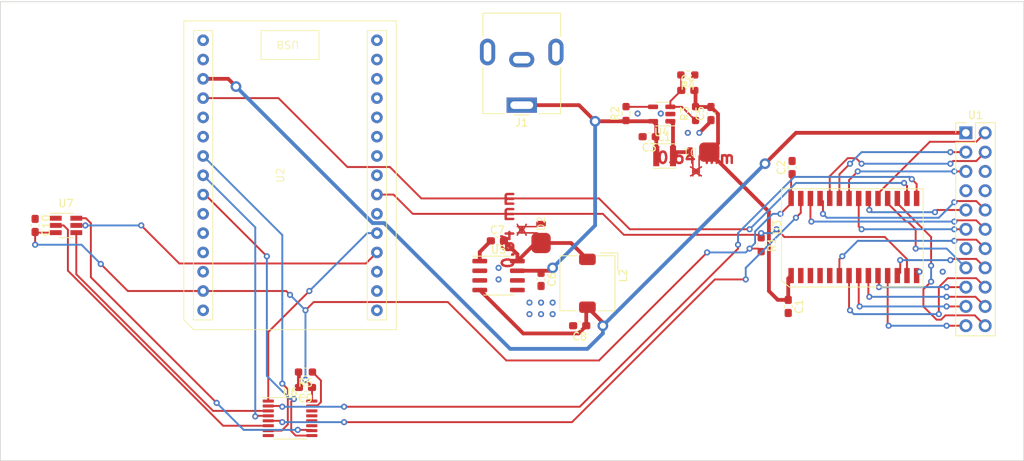
<source format=kicad_pcb>
(kicad_pcb (version 20221018) (generator pcbnew)
  (layers (0 "F.Cu" signal) (31 "B.Cu" signal) (34 "B.Paste" user) (35 "F.Paste" user) (36 "B.SilkS" user "B.Silkscreen") (37 "F.SilkS" user "F.Silkscreen") (38 "B.Mask" user) (39 "F.Mask" user) (44 "Edge.Cuts" user))
  (net 0 "")
  (net 1 "+24V")
  (net 2 "GND")
  (net 3 "+3V3")
  (net 4 "VDC")
  (net 5 "Net-(U4-FB)")
  (net 6 "Net-(U5-CB)")
  (net 7 "Net-(D2-K)")
  (net 8 "+5V")
  (net 9 "Net-(D1-A)")
  (net 10 "/BLANK")
  (net 11 "Net-(U4-EN)")
  (net 12 "Net-(U6-EN)")
  (net 13 "/DOT")
  (net 14 "/D")
  (net 15 "/C")
  (net 16 "/E")
  (net 20 "/G")
  (net 21 "/B")
  (net 22 "/F")
  (net 23 "/A")
  (net 24 "/GRID8")
  (net 25 "/GRID0")
  (net 26 "/GRID2")
  (net 27 "/GRID4")
  (net 28 "/GRID7")
  (net 29 "/GRID6")
  (net 30 "/GRID5")
  (net 31 "/GRID3")
  (net 32 "/GRID1")
  (net 35 "/SPI_MISO")
  (net 36 "/SPI_SCLK")
  (net 37 "/SPI_MOSI")
  (net 39 "/LATCH")
  (net 42 "/TMP_CS")
  (net 43 "Net-(U2-GPIO3,ADC1_CH3)")
  (net 52 "/SPI_A_SCLK")
  (net 53 "/SPI_A_MOSI")
  (net 57 "/SPI_B_SCLK")
  (net 58 "/SPI_B_MOSI")
  (net 59 "/SPI_B_MISO")
  (footprint "Resistor_SMD:R_0603_1608Metric_Pad0.98x0.95mm_HandSolder" (layer "F.Cu") (at 106.68 49.784 90)
    (fp_text reference "R3")
    (fp_text value "246k")
  )
  (footprint "Capacitor_SMD:C_0603_1608Metric_Pad1.08x0.95mm_HandSolder" (layer "F.Cu") (at 19.812 64.516 -90)
    (fp_text reference "C10")
    (fp_text value "0.1uF")
  )
  (footprint "Package_SO:SOIC-8_3.9x4.9mm_P1.27mm" (layer "F.Cu") (at 80.772 71.12)
    (fp_text reference "U5")
    (fp_text value "LM2672M-5.0")
  )
  (footprint "Capacitor_SMD:C_0603_1608Metric_Pad1.08x0.95mm_HandSolder" (layer "F.Cu") (at 80.6185 66.548)
    (fp_text reference "C7")
    (fp_text value "10nF")
  )
  (footprint "Capacitor_SMD:C_0603_1608Metric_Pad1.08x0.95mm_HandSolder" (layer "F.Cu") (at 105.664 46.736)
    (fp_text reference "C4")
    (fp_text value "220pF")
  )
  (footprint "Capacitor_SMD:C_0603_1608Metric_Pad1.08x0.95mm_HandSolder" (layer "F.Cu") (at 86.36 71.628 -90)
    (fp_text reference "C6")
    (fp_text value "100uF")
  )
  (footprint "Capacitor_SMD:C_0603_1608Metric_Pad1.08x0.95mm_HandSolder" (layer "F.Cu") (at 118.872 75.184 -90)
    (fp_text reference "C1")
    (fp_text value "100nF")
  )
  (footprint "Capacitor_SMD:C_0603_1608Metric_Pad1.08x0.95mm_HandSolder" (layer "F.Cu") (at 91.44 77.724 180)
    (fp_text reference "C8")
    (fp_text value "68uF")
  )
  (footprint "esp-clock:esp32c3_devkit_minim1" (layer "F.Cu") (at 53.34 57.912 90)
    (fp_text reference "U2")
    (fp_text value "ESP32C3-DevKitM-1")
  )
  (footprint "Package_TO_SOT_SMD:SOT-23-6_Handsoldering" (layer "F.Cu") (at 23.876 64.516)
    (fp_text reference "U7")
    (fp_text value "TMP125")
  )
  (footprint "Inductor_SMD:L_Taiyo-Yuden_MD-3030" (layer "F.Cu") (at 102.616 55.372)
    (fp_text reference "L1")
    (fp_text value "10uH")
  )
  (footprint "Package_TO_SOT_SMD:SOT-23-5" (layer "F.Cu") (at 102.2295 49.85 180)
    (fp_text reference "U4")
    (fp_text value "LM27313XMF")
  )
  (footprint "Capacitor_SMD:C_0603_1608Metric_Pad1.08x0.95mm_HandSolder" (layer "F.Cu") (at 55.372 85.852 180)
    (fp_text reference "C9")
    (fp_text value "100uF")
  )
  (footprint "Resistor_SMD:R_0603_1608Metric_Pad0.98x0.95mm_HandSolder" (layer "F.Cu") (at 115.316 67.056 -90)
    (fp_text reference "R1")
    (fp_text value "R")
  )
  (footprint "Capacitor_SMD:C_0603_1608Metric_Pad1.08x0.95mm_HandSolder" (layer "F.Cu") (at 119.38 56.896 90)
    (fp_text reference "C2")
    (fp_text value "100nF")
  )
  (footprint "Capacitor_SMD:C_0603_1608Metric_Pad1.08x0.95mm_HandSolder" (layer "F.Cu") (at 100.584 52.832 180)
    (fp_text reference "C3")
    (fp_text value "2.2uF")
  )
  (footprint "Connector_PinHeader_2.54mm:PinHeader_2x11_P2.54mm_Vertical" (layer "F.Cu") (at 142.24 52.324)
    (fp_text reference "U1")
    (fp_text value "IV-18")
  )
  (footprint "esp-clock:D_DO216AA" (layer "F.Cu") (at 86.36 64.2925 90)
    (fp_text reference "D2")
    (fp_text value "UPS5819")
  )
  (footprint "Resistor_SMD:R_0603_1608Metric_Pad0.98x0.95mm_HandSolder" (layer "F.Cu") (at 97.536 49.784 90)
    (fp_text reference "R2")
    (fp_text value "51k")
  )
  (footprint "esp-clock:WSO-28" (layer "F.Cu") (at 127.508 66.04)
    (fp_text reference "U3")
    (fp_text value "MAX6921AWI")
  )
  (footprint "Inductor_SMD:L_TDK_SLF7045" (layer "F.Cu") (at 92.456 72.136 -90)
    (fp_text reference "L2")
    (fp_text value "47uH")
  )
  (footprint "Resistor_SMD:R_0603_1608Metric_Pad0.98x0.95mm_HandSolder" (layer "F.Cu") (at 105.664 44.704 180)
    (fp_text reference "R4")
    (fp_text value "13k3")
  )
  (footprint "Capacitor_SMD:C_0603_1608Metric_Pad1.08x0.95mm_HandSolder" (layer "F.Cu") (at 108.712 49.784 90)
    (fp_text reference "C5")
    (fp_text value "4.7uF")
  )
  (footprint "esp-clock:D_DO216AA" (layer "F.Cu") (at 105.9485 54.864 180)
    (fp_text reference "D1")
    (fp_text value "UPS5819")
  )
  (footprint "Connector_BarrelJack:BarrelJack_CUI_PJ-063AH_Horizontal" (layer "F.Cu") (at 83.82 48.68 180)
    (fp_text reference "J1")
    (fp_text value "Barrel_Jack_MountingPin")
  )
  (footprint "Package_SO:TSSOP-16_4.4x5mm_P0.65mm" (layer "F.Cu") (at 53.34 89.916)
    (fp_text reference "U6")
    (fp_text value "TMUX1574")
  )
  (footprint "Resistor_SMD:R_0603_1608Metric_Pad0.98x0.95mm_HandSolder" (layer "F.Cu") (at 55.372 83.82 180)
    (fp_text reference "R5")
    (fp_text value "R")
  )
  (gr_rect (start 15.24 35.052) (end 149.86 95.504) (stroke (width 0.1)) (fill none) (layer "Edge.Cuts"))
  (segment (start 108.712 48.9215) (end 106.73 48.9215) (width 0.5) (layer "F.Cu") (net 1))
  (segment (start 108.712 48.9215) (end 109.637 49.8465) (width 0.5) (layer "F.Cu") (net 1))
  (segment (start 116.332 73.152) (end 117.5015 74.3215) (width 0.5) (layer "F.Cu") (net 1))
  (segment (start 118.872 74.3215) (end 118.872 71.501) (width 0.5) (layer "F.Cu") (net 1))
  (segment (start 109.637 49.8465) (end 109.637 53.7155) (width 0.5) (layer "F.Cu") (net 1))
  (segment (start 117.5015 74.3215) (end 118.872 74.3215) (width 0.5) (layer "F.Cu") (net 1))
  (segment (start 109.637 53.7155) (end 108.4885 54.864) (width 0.5) (layer "F.Cu") (net 1))
  (segment (start 106.68 48.8715) (end 106.68 46.8895) (width 0.5) (layer "F.Cu") (net 1))
  (segment (start 118.872 71.501) (end 119.253 71.12) (width 0.5) (layer "F.Cu") (net 1))
  (segment (start 116.332 62.7075) (end 116.332 73.152) (width 0.5) (layer "F.Cu") (net 1))
  (segment (start 106.68 46.8895) (end 106.5265 46.736) (width 0.5) (layer "F.Cu") (net 1))
  (segment (start 106.73 48.9215) (end 106.68 48.8715) (width 0.5) (layer "F.Cu") (net 1))
  (segment (start 108.4885 54.864) (end 116.332 62.7075) (width 0.5) (layer "F.Cu") (net 1))
  (segment (start 54.5095 85.852) (end 54.5095 83.87) (width 0.5) (layer "F.Cu") (net 2))
  (segment (start 108.712 50.6465) (end 108.712 50.8) (width 0.5) (layer "F.Cu") (net 2))
  (segment (start 54.5095 83.87) (end 54.4595 83.82) (width 0.5) (layer "F.Cu") (net 2))
  (segment (start 108.712 50.8) (end 107.188 52.324) (width 0.5) (layer "F.Cu") (net 2))
  (via (at 136.144 70.612) (size 0.8) (drill 0.4) (layers "F.Cu" "B.Cu") (net 2))
  (via (at 105.664 52.324) (size 0.8) (drill 0.4) (layers "F.Cu" "B.Cu") (net 2))
  (via (at 84.836 76.2) (size 0.8) (drill 0.4) (layers "F.Cu" "B.Cu") (net 2))
  (via (at 139.192 70.612) (size 0.8) (drill 0.4) (layers "F.Cu" "B.Cu") (net 2))
  (via (at 87.884 74.676) (size 0.8) (drill 0.4) (layers "F.Cu" "B.Cu") (net 2))
  (via (at 99.06 49.784) (size 0.8) (drill 0.4) (layers "F.Cu" "B.Cu") (net 2))
  (via (at 86.36 74.676) (size 0.8) (drill 0.4) (layers "F.Cu" "B.Cu") (net 2))
  (via (at 102.108 49.784) (size 0.8) (drill 0.4) (layers "F.Cu" "B.Cu") (net 2))
  (via (at 86.36 76.2) (size 0.8) (drill 0.4) (layers "F.Cu" "B.Cu") (net 2))
  (via (at 80.772 71.628) (size 0.8) (drill 0.4) (layers "F.Cu" "B.Cu") (net 2))
  (via (at 84.836 74.676) (size 0.8) (drill 0.4) (layers "F.Cu" "B.Cu") (net 2))
  (via (at 107.188 52.324) (size 0.8) (drill 0.4) (layers "F.Cu" "B.Cu") (net 2))
  (via (at 80.772 70.104) (size 0.8) (drill 0.4) (layers "F.Cu" "B.Cu") (net 2))
  (via (at 87.884 76.2) (size 0.8) (drill 0.4) (layers "F.Cu" "B.Cu") (net 2))
  (segment (start 32.004 73.152) (end 28.448 69.596) (width 0.25) (layer "F.Cu") (net 3))
  (segment (start 56.2345 87.609) (end 56.2025 87.641) (width 0.25) (layer "F.Cu") (net 3))
  (segment (start 55.372 75.692) (end 56.459 74.605) (width 0.25) (layer "F.Cu") (net 3))
  (segment (start 113.792 67.564) (end 114.9115 67.564) (width 0.25) (layer "F.Cu") (net 3))
  (segment (start 119.253 57.8855) (end 119.253 60.96) (width 0.25) (layer "F.Cu") (net 3))
  (segment (start 119.253 60.96) (end 119.253 61.595) (width 0.25) (layer "F.Cu") (net 3))
  (segment (start 53.34 73.66) (end 52.832 73.152) (width 0.25) (layer "F.Cu") (net 3))
  (segment (start 56.2345 85.852) (end 56.2345 85.6985) (width 0.25) (layer "F.Cu") (net 3))
  (segment (start 19.812 65.3785) (end 19.8995 65.466) (width 0.25) (layer "F.Cu") (net 3))
  (segment (start 119.253 61.595) (end 117.856 62.992) (width 0.25) (layer "F.Cu") (net 3))
  (segment (start 41.91 73.152) (end 32.004 73.152) (width 0.25) (layer "F.Cu") (net 3))
  (segment (start 56.2345 85.852) (end 56.2345 87.609) (width 0.25) (layer "F.Cu") (net 3))
  (segment (start 81.788 82.296) (end 93.98 82.296) (width 0.25) (layer "F.Cu") (net 3))
  (segment (start 114.9115 67.564) (end 115.316 67.9685) (width 0.25) (layer "F.Cu") (net 3))
  (segment (start 74.097 74.605) (end 81.788 82.296) (width 0.25) (layer "F.Cu") (net 3))
  (segment (start 56.2345 85.6985) (end 55.372 84.836) (width 0.25) (layer "F.Cu") (net 3))
  (segment (start 93.98 82.296) (end 108.204 68.072) (width 0.25) (layer "F.Cu") (net 3))
  (segment (start 119.38 57.7585) (end 119.253 57.8855) (width 0.25) (layer "F.Cu") (net 3))
  (segment (start 19.8995 65.466) (end 22.526 65.466) (width 0.25) (layer "F.Cu") (net 3))
  (segment (start 19.812 67.056) (end 19.812 65.3785) (width 0.25) (layer "F.Cu") (net 3))
  (segment (start 52.832 73.152) (end 41.91 73.152) (width 0.25) (layer "F.Cu") (net 3))
  (segment (start 56.459 74.605) (end 74.097 74.605) (width 0.25) (layer "F.Cu") (net 3))
  (via (at 19.812 67.056) (size 0.8) (drill 0.4) (layers "F.Cu" "B.Cu") (net 3))
  (via (at 55.372 84.836) (size 0.8) (drill 0.4) (layers "F.Cu" "B.Cu") (net 3))
  (via (at 55.372 75.692) (size 0.8) (drill 0.4) (layers "F.Cu" "B.Cu") (net 3))
  (via (at 53.34 73.66) (size 0.8) (drill 0.4) (layers "F.Cu" "B.Cu") (net 3))
  (via (at 113.792 67.564) (size 0.8) (drill 0.4) (layers "F.Cu" "B.Cu") (net 3))
  (via (at 117.856 62.992) (size 0.8) (drill 0.4) (layers "F.Cu" "B.Cu") (net 3))
  (via (at 28.448 69.596) (size 0.8) (drill 0.4) (layers "F.Cu" "B.Cu") (net 3))
  (via (at 108.204 68.072) (size 0.8) (drill 0.4) (layers "F.Cu" "B.Cu") (net 3))
  (segment (start 113.284 68.072) (end 113.792 67.564) (width 0.25) (layer "B.Cu") (net 3))
  (segment (start 114.517 66.839) (end 113.792 67.564) (width 0.25) (layer "B.Cu") (net 3))
  (segment (start 114.517 65.305695) (end 114.517 66.839) (width 0.25) (layer "B.Cu") (net 3))
  (segment (start 117.856 62.992) (end 116.830695 62.992) (width 0.25) (layer "B.Cu") (net 3))
  (segment (start 108.204 68.072) (end 113.284 68.072) (width 0.25) (layer "B.Cu") (net 3))
  (segment (start 116.830695 62.992) (end 114.517 65.305695) (width 0.25) (layer "B.Cu") (net 3))
  (segment (start 25.908 67.056) (end 19.812 67.056) (width 0.25) (layer "B.Cu") (net 3))
  (segment (start 28.448 69.596) (end 25.908 67.056) (width 0.25) (layer "B.Cu") (net 3))
  (segment (start 55.372 75.692) (end 53.34 73.66) (width 0.25) (layer "B.Cu") (net 3))
  (segment (start 55.372 84.836) (end 55.372 75.692) (width 0.25) (layer "B.Cu") (net 3))
  (segment (start 93.472 50.8) (end 101.092 50.8) (width 0.5) (layer "F.Cu") (net 4))
  (segment (start 83.247 70.485) (end 87.503 70.485) (width 0.5) (layer "F.Cu") (net 4))
  (segment (start 87.503 70.485) (end 87.884 70.104) (width 0.5) (layer "F.Cu") (net 4))
  (segment (start 83.247 70.485) (end 83.623751 70.485) (width 0.25) (layer "F.Cu") (net 4))
  (segment (start 91.352 48.68) (end 93.472 50.8) (width 0.5) (layer "F.Cu") (net 4))
  (segment (start 101.516 51.224) (end 101.516 51.816) (width 0.5) (layer "F.Cu") (net 4))
  (segment (start 97.4325 50.8) (end 97.536 50.6965) (width 0.25) (layer "F.Cu") (net 4))
  (segment (start 101.092 50.8) (end 101.516 51.224) (width 0.5) (layer "F.Cu") (net 4))
  (segment (start 101.516 54.864) (end 101.516 51.816) (width 0.25) (layer "F.Cu") (net 4))
  (segment (start 101.092 50.8) (end 97.6395 50.8) (width 0.25) (layer "F.Cu") (net 4))
  (segment (start 97.6395 50.8) (end 97.536 50.6965) (width 0.25) (layer "F.Cu") (net 4))
  (segment (start 83.82 48.68) (end 91.352 48.68) (width 0.5) (layer "F.Cu") (net 4))
  (segment (start 101.516 51.816) (end 101.516 55.372) (width 0.5) (layer "F.Cu") (net 4))
  (via (at 93.472 50.8) (size 1.4) (drill 0.8) (layers "F.Cu" "B.Cu") (net 4))
  (via (at 87.884 70.104) (size 1.4) (drill 0.8) (layers "F.Cu" "B.Cu") (net 4))
  (segment (start 87.884 70.104) (end 93.472 64.516) (width 0.5) (layer "B.Cu") (net 4))
  (segment (start 93.472 64.516) (end 93.472 50.8) (width 0.5) (layer "B.Cu") (net 4))
  (segment (start 104.8015 46.736) (end 104.8015 44.754) (width 0.25) (layer "F.Cu") (net 5))
  (segment (start 104.8015 44.754) (end 104.7515 44.704) (width 0.25) (layer "F.Cu") (net 5))
  (segment (start 103.367 48.9) (end 103.367 48.1705) (width 0.25) (layer "F.Cu") (net 5))
  (segment (start 104.8835 48.9) (end 106.68 50.6965) (width 0.25) (layer "F.Cu") (net 5))
  (segment (start 103.367 48.1705) (end 104.8015 46.736) (width 0.25) (layer "F.Cu") (net 5))
  (segment (start 103.367 48.9) (end 104.8835 48.9) (width 0.25) (layer "F.Cu") (net 5))
  (segment (start 79.756 66.548) (end 78.297 68.007) (width 0.5) (layer "F.Cu") (net 6))
  (segment (start 78.297 69.215) (end 78.297 68.007) (width 0.5) (layer "F.Cu") (net 6))
  (segment (start 90.3025 66.8325) (end 86.36 66.8325) (width 0.5) (layer "F.Cu") (net 7))
  (segment (start 83.247 68.314) (end 81.481 66.548) (width 0.5) (layer "F.Cu") (net 7))
  (segment (start 92.456 68.986) (end 90.3025 66.8325) (width 0.5) (layer "F.Cu") (net 7))
  (segment (start 86.36 66.8325) (end 85.6295 66.8325) (width 0.5) (layer "F.Cu") (net 7))
  (segment (start 83.247 69.215) (end 83.247 68.314) (width 0.5) (layer "F.Cu") (net 7))
  (segment (start 85.6295 66.8325) (end 83.247 69.215) (width 0.5) (layer "F.Cu") (net 7))
  (segment (start 84.012 78.74) (end 91.2865 78.74) (width 0.5) (layer "F.Cu") (net 8))
  (segment (start 94.488 77.724) (end 94.488 77.318) (width 0.5) (layer "F.Cu") (net 8))
  (segment (start 119.888 52.324) (end 115.824 56.388) (width 0.5) (layer "F.Cu") (net 8))
  (segment (start 41.91 45.212) (end 45.212 45.212) (width 0.5) (layer "F.Cu") (net 8))
  (segment (start 45.212 45.212) (end 46.228 46.228) (width 0.5) (layer "F.Cu") (net 8))
  (segment (start 92.456 77.5705) (end 92.3025 77.724) (width 0.25) (layer "F.Cu") (net 8))
  (segment (start 92.3025 77.724) (end 92.3025 77.8775) (width 0.25) (layer "F.Cu") (net 8))
  (segment (start 92.3025 75.4395) (end 92.456 75.286) (width 0.5) (layer "F.Cu") (net 8))
  (segment (start 94.488 77.318) (end 92.456 75.286) (width 0.5) (layer "F.Cu") (net 8))
  (segment (start 91.2865 78.74) (end 92.3025 77.724) (width 0.5) (layer "F.Cu") (net 8))
  (segment (start 78.297 73.025) (end 84.012 78.74) (width 0.5) (layer "F.Cu") (net 8))
  (segment (start 92.3025 77.724) (end 92.3025 75.4395) (width 0.5) (layer "F.Cu") (net 8))
  (segment (start 142.24 52.324) (end 119.888 52.324) (width 0.5) (layer "F.Cu") (net 8))
  (via (at 115.824 56.388) (size 1.4) (drill 0.8) (layers "F.Cu" "B.Cu") (net 8))
  (via (at 94.488 77.724) (size 1.4) (drill 0.8) (layers "F.Cu" "B.Cu") (net 8))
  (via (at 46.228 46.228) (size 1.4) (drill 0.8) (layers "F.Cu" "B.Cu") (net 8))
  (segment (start 65.728 64.204) (end 82.296 80.772) (width 0.5) (layer "B.Cu") (net 8))
  (segment (start 94.488 78.74) (end 94.488 77.724) (width 0.5) (layer "B.Cu") (net 8))
  (segment (start 64.204 64.204) (end 65.728 64.204) (width 0.5) (layer "B.Cu") (net 8))
  (segment (start 82.296 80.772) (end 92.456 80.772) (width 0.5) (layer "B.Cu") (net 8))
  (segment (start 92.456 80.772) (end 94.488 78.74) (width 0.5) (layer "B.Cu") (net 8))
  (segment (start 46.228 46.228) (end 64.204 64.204) (width 0.5) (layer "B.Cu") (net 8))
  (segment (start 115.824 56.388) (end 94.488 77.724) (width 0.5) (layer "B.Cu") (net 8))
  (segment (start 103.716 51.149) (end 103.367 50.8) (width 0.5) (layer "F.Cu") (net 9))
  (segment (start 103.716 55.372) (end 103.716 54.864) (width 0.5) (layer "F.Cu") (net 9))
  (segment (start 103.716 54.864) (end 105.9485 54.864) (width 0.5) (layer "F.Cu") (net 9))
  (segment (start 103.716 51.149) (end 103.716 54.864) (width 0.25) (layer "F.Cu") (net 9))
  (segment (start 103.716 55.372) (end 103.716 51.149) (width 0.5) (layer "F.Cu") (net 9))
  (segment (start 66.9525 60.452) (end 64.77 60.452) (width 0.25) (layer "F.Cu") (net 10))
  (segment (start 94.488 62.992) (end 69.4925 62.992) (width 0.25) (layer "F.Cu") (net 10))
  (segment (start 97.245 65.749) (end 94.488 62.992) (width 0.25) (layer "F.Cu") (net 10))
  (segment (start 115.099 65.749) (end 97.245 65.749) (width 0.25) (layer "F.Cu") (net 10))
  (segment (start 131.581305 66.04) (end 134.493 68.951695) (width 0.25) (layer "F.Cu") (net 10))
  (segment (start 134.493 68.951695) (end 134.493 71.12) (width 0.25) (layer "F.Cu") (net 10))
  (segment (start 118.364 66.04) (end 131.581305 66.04) (width 0.25) (layer "F.Cu") (net 10))
  (segment (start 117.343701 65.019701) (end 118.364 66.04) (width 0.25) (layer "F.Cu") (net 10))
  (segment (start 69.4925 62.992) (end 66.9525 60.452) (width 0.25) (layer "F.Cu") (net 10))
  (segment (start 115.316 66.1435) (end 115.316 65.532) (width 0.25) (layer "F.Cu") (net 10))
  (segment (start 115.316 65.532) (end 115.099 65.749) (width 0.25) (layer "F.Cu") (net 10))
  (via (at 117.343701 65.019701) (size 0.8) (drill 0.4) (layers "F.Cu" "B.Cu") (net 10))
  (via (at 115.316 65.532) (size 0.8) (drill 0.4) (layers "F.Cu" "B.Cu") (net 10))
  (segment (start 115.316 65.532) (end 116.831402 65.532) (width 0.25) (layer "B.Cu") (net 10))
  (segment (start 116.831402 65.532) (end 117.343701 65.019701) (width 0.25) (layer "B.Cu") (net 10))
  (segment (start 97.5645 48.9) (end 97.536 48.8715) (width 0.25) (layer "F.Cu") (net 11))
  (segment (start 101.092 48.9) (end 97.5645 48.9) (width 0.25) (layer "F.Cu") (net 11))
  (segment (start 56.2025 88.291) (end 56.891041 88.291) (width 0.25) (layer "F.Cu") (net 12))
  (segment (start 56.891041 88.291) (end 57.404 87.778041) (width 0.25) (layer "F.Cu") (net 12))
  (segment (start 57.404 87.778041) (end 57.404 84.9395) (width 0.25) (layer "F.Cu") (net 12))
  (segment (start 57.404 84.9395) (end 56.2845 83.82) (width 0.25) (layer "F.Cu") (net 12))
  (segment (start 144.78 52.324) (end 143.605 53.499) (width 0.25) (layer "F.Cu") (net 13))
  (segment (start 143.605 53.499) (end 137.504 53.499) (width 0.25) (layer "F.Cu") (net 13))
  (segment (start 137.504 53.499) (end 130.683 60.32) (width 0.25) (layer "F.Cu") (net 13))
  (segment (start 130.683 60.32) (end 130.683 60.96) (width 0.25) (layer "F.Cu") (net 13))
  (segment (start 125.603 57.785) (end 125.603 60.96) (width 0.25) (layer "F.Cu") (net 14))
  (segment (start 142.24 54.864) (end 140.208 54.864) (width 0.25) (layer "F.Cu") (net 14))
  (segment (start 127 56.388) (end 125.603 57.785) (width 0.25) (layer "F.Cu") (net 14))
  (via (at 140.208 54.864) (size 0.8) (drill 0.4) (layers "F.Cu" "B.Cu") (net 14))
  (via (at 127 56.388) (size 0.8) (drill 0.4) (layers "F.Cu" "B.Cu") (net 14))
  (segment (start 140.208 54.864) (end 128.524 54.864) (width 0.25) (layer "B.Cu") (net 14))
  (segment (start 128.524 54.864) (end 127 56.388) (width 0.25) (layer "B.Cu") (net 14))
  (segment (start 127.799 55.663) (end 126.699695 55.663) (width 0.25) (layer "F.Cu") (net 15))
  (segment (start 140.557 56.039) (end 140.208 56.388) (width 0.25) (layer "F.Cu") (net 15))
  (segment (start 144.78 54.864) (end 143.605 56.039) (width 0.25) (layer "F.Cu") (net 15))
  (segment (start 143.605 56.039) (end 140.557 56.039) (width 0.25) (layer "F.Cu") (net 15))
  (segment (start 126.699695 55.663) (end 124.333 58.029695) (width 0.25) (layer "F.Cu") (net 15))
  (segment (start 128.524 56.388) (end 127.799 55.663) (width 0.25) (layer "F.Cu") (net 15))
  (segment (start 124.333 58.029695) (end 124.333 60.96) (width 0.25) (layer "F.Cu") (net 15))
  (via (at 128.524 56.388) (size 0.8) (drill 0.4) (layers "F.Cu" "B.Cu") (net 15))
  (via (at 140.208 56.388) (size 0.8) (drill 0.4) (layers "F.Cu" "B.Cu") (net 15))
  (segment (start 140.208 56.388) (end 128.524 56.388) (width 0.25) (layer "B.Cu") (net 15))
  (segment (start 126.873 58.547) (end 126.873 60.96) (width 0.25) (layer "F.Cu") (net 16))
  (segment (start 142.24 57.404) (end 140.716 57.404) (width 0.25) (layer "F.Cu") (net 16))
  (segment (start 128.016 57.404) (end 126.873 58.547) (width 0.25) (layer "F.Cu") (net 16))
  (via (at 140.716 57.404) (size 0.8) (drill 0.4) (layers "F.Cu" "B.Cu") (net 16))
  (via (at 128.016 57.404) (size 0.8) (drill 0.4) (layers "F.Cu" "B.Cu") (net 16))
  (segment (start 140.716 57.404) (end 128.016 57.404) (width 0.25) (layer "B.Cu") (net 16))
  (segment (start 142.24 62.484) (end 138.4675 62.484) (width 0.25) (layer "F.Cu") (net 20))
  (segment (start 129.54 62.484) (end 129.54 61.087) (width 0.25) (layer "F.Cu") (net 20))
  (segment (start 138.4675 62.484) (end 138.176 62.7755) (width 0.25) (layer "F.Cu") (net 20))
  (segment (start 129.54 61.087) (end 129.413 60.96) (width 0.25) (layer "F.Cu") (net 20))
  (via (at 129.54 62.484) (size 0.8) (drill 0.4) (layers "F.Cu" "B.Cu") (net 20))
  (via (at 138.176 62.7755) (size 0.8) (drill 0.4) (layers "F.Cu" "B.Cu") (net 20))
  (segment (start 129.8315 62.7755) (end 129.54 62.484) (width 0.25) (layer "B.Cu") (net 20))
  (segment (start 138.176 62.7755) (end 129.8315 62.7755) (width 0.25) (layer "B.Cu") (net 20))
  (segment (start 140.875 61.309) (end 140.716 61.468) (width 0.25) (layer "F.Cu") (net 21))
  (segment (start 123.444 62.992) (end 123.444 61.341) (width 0.25) (layer "F.Cu") (net 21))
  (segment (start 143.605 61.309) (end 140.875 61.309) (width 0.25) (layer "F.Cu") (net 21))
  (segment (start 144.78 62.484) (end 143.605 61.309) (width 0.25) (layer "F.Cu") (net 21))
  (segment (start 123.444 61.341) (end 123.063 60.96) (width 0.25) (layer "F.Cu") (net 21))
  (via (at 140.716 61.468) (size 0.8) (drill 0.4) (layers "F.Cu" "B.Cu") (net 21))
  (via (at 123.444 62.992) (size 0.8) (drill 0.4) (layers "F.Cu" "B.Cu") (net 21))
  (segment (start 139.192 62.992) (end 138.684 63.5) (width 0.25) (layer "B.Cu") (net 21))
  (segment (start 140.716 61.468) (end 139.192 62.992) (width 0.25) (layer "B.Cu") (net 21))
  (segment (start 138.684 63.5) (end 123.952 63.5) (width 0.25) (layer "B.Cu") (net 21))
  (segment (start 123.952 63.5) (end 123.444 62.992) (width 0.25) (layer "B.Cu") (net 21))
  (segment (start 128.143 64.643) (end 128.143 60.96) (width 0.25) (layer "F.Cu") (net 22))
  (segment (start 128.524 65.024) (end 128.143 64.643) (width 0.25) (layer "F.Cu") (net 22))
  (segment (start 142.24 65.024) (end 140.716 65.024) (width 0.25) (layer "F.Cu") (net 22))
  (via (at 128.524 65.024) (size 0.8) (drill 0.4) (layers "F.Cu" "B.Cu") (net 22))
  (via (at 140.716 65.024) (size 0.8) (drill 0.4) (layers "F.Cu" "B.Cu") (net 22))
  (segment (start 140.716 65.024) (end 128.524 65.024) (width 0.25) (layer "B.Cu") (net 22))
  (segment (start 140.875 63.849) (end 140.716 64.008) (width 0.25) (layer "F.Cu") (net 23))
  (segment (start 121.793 63.881) (end 121.793 60.96) (width 0.25) (layer "F.Cu") (net 23))
  (segment (start 144.78 65.024) (end 143.605 63.849) (width 0.25) (layer "F.Cu") (net 23))
  (segment (start 143.605 63.849) (end 140.875 63.849) (width 0.25) (layer "F.Cu") (net 23))
  (segment (start 121.92 64.008) (end 121.793 63.881) (width 0.25) (layer "F.Cu") (net 23))
  (via (at 121.92 64.008) (size 0.8) (drill 0.4) (layers "F.Cu" "B.Cu") (net 23))
  (via (at 140.716 64.008) (size 0.8) (drill 0.4) (layers "F.Cu" "B.Cu") (net 23))
  (segment (start 140.716 64.008) (end 121.92 64.008) (width 0.25) (layer "B.Cu") (net 23))
  (segment (start 144.78 67.564) (end 143.605 66.389) (width 0.25) (layer "F.Cu") (net 24))
  (segment (start 125.984 68.58) (end 125.603 68.961) (width 0.25) (layer "F.Cu") (net 24))
  (segment (start 143.605 66.389) (end 140.875 66.389) (width 0.25) (layer "F.Cu") (net 24))
  (segment (start 140.875 66.389) (end 140.716 66.548) (width 0.25) (layer "F.Cu") (net 24))
  (segment (start 125.603 68.961) (end 125.603 71.12) (width 0.25) (layer "F.Cu") (net 24))
  (via (at 125.984 68.58) (size 0.8) (drill 0.4) (layers "F.Cu" "B.Cu") (net 24))
  (via (at 140.716 66.548) (size 0.8) (drill 0.4) (layers "F.Cu" "B.Cu") (net 24))
  (segment (start 128.016 66.548) (end 125.984 68.58) (width 0.25) (layer "B.Cu") (net 24))
  (segment (start 140.716 66.548) (end 128.016 66.548) (width 0.25) (layer "B.Cu") (net 24))
  (segment (start 135.636 65.024) (end 134.62 64.008) (width 0.25) (layer "F.Cu") (net 25))
  (segment (start 134.62 64.008) (end 134.361 64.008) (width 0.25) (layer "F.Cu") (net 25))
  (segment (start 131.953 61.6) (end 131.953 60.96) (width 0.25) (layer "F.Cu") (net 25))
  (segment (start 134.361 64.008) (end 131.953 61.6) (width 0.25) (layer "F.Cu") (net 25))
  (segment (start 135.636 67.564) (end 135.636 65.024) (width 0.25) (layer "F.Cu") (net 25))
  (via (at 135.636 67.564) (size 0.8) (drill 0.4) (layers "F.Cu" "B.Cu") (net 25))
  (segment (start 142.24 70.094695) (end 139.709305 67.564) (width 0.25) (layer "B.Cu") (net 25))
  (segment (start 142.24 70.104) (end 142.24 70.094695) (width 0.25) (layer "B.Cu") (net 25))
  (segment (start 139.709305 67.564) (end 135.636 67.564) (width 0.25) (layer "B.Cu") (net 25))
  (segment (start 133.604 69.088) (end 133.604 70.739) (width 0.25) (layer "F.Cu") (net 26))
  (segment (start 143.605 68.929) (end 140.367 68.929) (width 0.25) (layer "F.Cu") (net 26))
  (segment (start 144.78 70.104) (end 143.605 68.929) (width 0.25) (layer "F.Cu") (net 26))
  (segment (start 133.604 70.739) (end 133.223 71.12) (width 0.25) (layer "F.Cu") (net 26))
  (segment (start 140.367 68.929) (end 140.208 69.088) (width 0.25) (layer "F.Cu") (net 26))
  (via (at 140.208 69.088) (size 0.8) (drill 0.4) (layers "F.Cu" "B.Cu") (net 26))
  (via (at 133.604 69.088) (size 0.8) (drill 0.4) (layers "F.Cu" "B.Cu") (net 26))
  (segment (start 140.208 69.088) (end 133.604 69.088) (width 0.25) (layer "B.Cu") (net 26))
  (segment (start 130.81 72.644) (end 130.81 71.247) (width 0.25) (layer "F.Cu") (net 27))
  (segment (start 130.81 71.247) (end 130.683 71.12) (width 0.25) (layer "F.Cu") (net 27))
  (segment (start 142.24 72.644) (end 139.7 72.644) (width 0.25) (layer "F.Cu") (net 27))
  (via (at 139.7 72.644) (size 0.8) (drill 0.4) (layers "F.Cu" "B.Cu") (net 27))
  (via (at 130.81 72.644) (size 0.8) (drill 0.4) (layers "F.Cu" "B.Cu") (net 27))
  (segment (start 139.7 72.644) (end 130.81 72.644) (width 0.25) (layer "B.Cu") (net 27))
  (segment (start 127 75.692) (end 126.873 75.565) (width 0.25) (layer "F.Cu") (net 28))
  (segment (start 126.873 75.565) (end 126.873 71.12) (width 0.25) (layer "F.Cu") (net 28))
  (segment (start 139.849695 71.469) (end 138.684 72.634695) (width 0.25) (layer "F.Cu") (net 28))
  (segment (start 143.605 71.469) (end 139.849695 71.469) (width 0.25) (layer "F.Cu") (net 28))
  (segment (start 138.684 72.634695) (end 138.684 76.2) (width 0.25) (layer "F.Cu") (net 28))
  (segment (start 144.78 72.644) (end 143.605 71.469) (width 0.25) (layer "F.Cu") (net 28))
  (via (at 127 75.692) (size 0.8) (drill 0.4) (layers "F.Cu" "B.Cu") (net 28))
  (via (at 138.684 76.2) (size 0.8) (drill 0.4) (layers "F.Cu" "B.Cu") (net 28))
  (segment (start 127.508 76.2) (end 127 75.692) (width 0.25) (layer "B.Cu") (net 28))
  (segment (start 138.684 76.2) (end 127.508 76.2) (width 0.25) (layer "B.Cu") (net 28))
  (segment (start 128.27 75.184) (end 128.143 75.057) (width 0.25) (layer "F.Cu") (net 29))
  (segment (start 128.143 75.057) (end 128.143 71.12) (width 0.25) (layer "F.Cu") (net 29))
  (segment (start 142.24 75.184) (end 139.7 75.184) (width 0.25) (layer "F.Cu") (net 29))
  (via (at 128.27 75.184) (size 0.8) (drill 0.4) (layers "F.Cu" "B.Cu") (net 29))
  (via (at 139.7 75.184) (size 0.8) (drill 0.4) (layers "F.Cu" "B.Cu") (net 29))
  (segment (start 139.7 75.184) (end 128.27 75.184) (width 0.25) (layer "B.Cu") (net 29))
  (segment (start 144.78 75.184) (end 143.51 73.914) (width 0.25) (layer "F.Cu") (net 30))
  (segment (start 129.413 73.787) (end 129.413 71.12) (width 0.25) (layer "F.Cu") (net 30))
  (segment (start 143.51 73.914) (end 139.7 73.914) (width 0.25) (layer "F.Cu") (net 30))
  (segment (start 129.54 73.914) (end 129.413 73.787) (width 0.25) (layer "F.Cu") (net 30))
  (via (at 139.7 73.914) (size 0.8) (drill 0.4) (layers "F.Cu" "B.Cu") (net 30))
  (via (at 129.54 73.914) (size 0.8) (drill 0.4) (layers "F.Cu" "B.Cu") (net 30))
  (segment (start 139.7 73.914) (end 129.54 73.914) (width 0.25) (layer "B.Cu") (net 30))
  (segment (start 132.08 77.724) (end 131.953 77.597) (width 0.25) (layer "F.Cu") (net 31))
  (segment (start 142.24 77.724) (end 139.7 77.724) (width 0.25) (layer "F.Cu") (net 31))
  (segment (start 131.953 77.597) (end 131.953 71.12) (width 0.25) (layer "F.Cu") (net 31))
  (via (at 132.08 77.724) (size 0.8) (drill 0.4) (layers "F.Cu" "B.Cu") (net 31))
  (via (at 139.7 77.724) (size 0.8) (drill 0.4) (layers "F.Cu" "B.Cu") (net 31))
  (segment (start 139.7 77.724) (end 132.08 77.724) (width 0.25) (layer "B.Cu") (net 31))
  (segment (start 133.223 61.6) (end 133.223 60.96) (width 0.25) (layer "F.Cu") (net 32))
  (segment (start 138.383695 76.925) (end 136.652 75.193305) (width 0.25) (layer "F.Cu") (net 32))
  (segment (start 144.78 77.724) (end 143.415 76.359) (width 0.25) (layer "F.Cu") (net 32))
  (segment (start 136.652 72.9355) (end 137.668 71.9195) (width 0.25) (layer "F.Cu") (net 32))
  (segment (start 143.415 76.359) (end 139.550305 76.359) (width 0.25) (layer "F.Cu") (net 32))
  (segment (start 138.984305 76.925) (end 138.383695 76.925) (width 0.25) (layer "F.Cu") (net 32))
  (segment (start 137.668 69.8125) (end 137.668 66.045) (width 0.25) (layer "F.Cu") (net 32))
  (segment (start 137.668 66.045) (end 133.223 61.6) (width 0.25) (layer "F.Cu") (net 32))
  (segment (start 136.652 75.193305) (end 136.652 72.9355) (width 0.25) (layer "F.Cu") (net 32))
  (segment (start 139.550305 76.359) (end 138.984305 76.925) (width 0.25) (layer "F.Cu") (net 32))
  (via (at 137.668 69.8125) (size 0.8) (drill 0.4) (layers "F.Cu" "B.Cu") (net 32))
  (via (at 137.668 71.9195) (size 0.8) (drill 0.4) (layers "F.Cu" "B.Cu") (net 32))
  (segment (start 137.668 71.9195) (end 137.668 69.8125) (width 0.25) (layer "B.Cu") (net 32))
  (segment (start 53.499 87.725) (end 53.848 87.376) (width 0.25) (layer "F.Cu") (net 35))
  (segment (start 54.081695 92.191) (end 53.499 91.608305) (width 0.25) (layer "F.Cu") (net 35))
  (segment (start 50.292 68.58) (end 42.164 60.452) (width 0.25) (layer "F.Cu") (net 35))
  (segment (start 42.164 60.452) (end 41.91 60.452) (width 0.25) (layer "F.Cu") (net 35))
  (segment (start 56.2025 92.191) (end 54.081695 92.191) (width 0.25) (layer "F.Cu") (net 35))
  (segment (start 53.499 91.608305) (end 53.499 87.725) (width 0.25) (layer "F.Cu") (net 35))
  (via (at 53.848 87.376) (size 0.8) (drill 0.4) (layers "F.Cu" "B.Cu") (net 35))
  (via (at 50.292 68.58) (size 0.8) (drill 0.4) (layers "F.Cu" "B.Cu") (net 35))
  (segment (start 50.292 84.337305) (end 50.292 68.58) (width 0.25) (layer "B.Cu") (net 35))
  (segment (start 53.848 87.376) (end 53.330695 87.376) (width 0.25) (layer "B.Cu") (net 35))
  (segment (start 53.330695 87.376) (end 50.292 84.337305) (width 0.25) (layer "B.Cu") (net 35))
  (segment (start 48.8425 89.591) (end 48.768 89.6655) (width 0.25) (layer "F.Cu") (net 36))
  (segment (start 50.4775 89.591) (end 48.8425 89.591) (width 0.25) (layer "F.Cu") (net 36))
  (via (at 48.768 89.6655) (size 0.8) (drill 0.4) (layers "F.Cu" "B.Cu") (net 36))
  (segment (start 48.768 89.6655) (end 48.768 64.77) (width 0.25) (layer "B.Cu") (net 36))
  (segment (start 48.768 64.77) (end 41.91 57.912) (width 0.25) (layer "B.Cu") (net 36))
  (segment (start 53.049 90.724305) (end 52.232305 91.541) (width 0.25) (layer "F.Cu") (net 37))
  (segment (start 52.324 85.344) (end 53.049 86.069) (width 0.25) (layer "F.Cu") (net 37))
  (segment (start 53.049 86.069) (end 53.049 90.724305) (width 0.25) (layer "F.Cu") (net 37))
  (segment (start 52.232305 91.541) (end 50.4775 91.541) (width 0.25) (layer "F.Cu") (net 37))
  (via (at 52.324 85.344) (size 0.8) (drill 0.4) (layers "F.Cu" "B.Cu") (net 37))
  (segment (start 52.324 85.344) (end 52.324 65.786) (width 0.25) (layer "B.Cu") (net 37))
  (segment (start 52.324 65.786) (end 41.91 55.372) (width 0.25) (layer "B.Cu") (net 37))
  (segment (start 98.044 65.024) (end 113.792 65.024) (width 0.25) (layer "F.Cu") (net 39))
  (segment (start 134.493 59.309) (end 134.112 58.928) (width 0.25) (layer "F.Cu") (net 39))
  (segment (start 70.612 60.96) (end 93.98 60.96) (width 0.25) (layer "F.Cu") (net 39))
  (segment (start 134.493 60.96) (end 134.493 59.309) (width 0.25) (layer "F.Cu") (net 39))
  (segment (start 93.98 60.96) (end 98.044 65.024) (width 0.25) (layer "F.Cu") (net 39))
  (segment (start 60.889 56.825) (end 66.477 56.825) (width 0.25) (layer "F.Cu") (net 39))
  (segment (start 41.91 47.752) (end 51.816 47.752) (width 0.25) (layer "F.Cu") (net 39))
  (segment (start 66.477 56.825) (end 70.612 60.96) (width 0.25) (layer "F.Cu") (net 39))
  (segment (start 51.816 47.752) (end 60.889 56.825) (width 0.25) (layer "F.Cu") (net 39))
  (via (at 134.112 58.928) (size 0.8) (drill 0.4) (layers "F.Cu" "B.Cu") (net 39))
  (via (at 113.792 65.024) (size 0.8) (drill 0.4) (layers "F.Cu" "B.Cu") (net 39))
  (segment (start 119.888 58.928) (end 113.792 65.024) (width 0.25) (layer "B.Cu") (net 39))
  (segment (start 134.112 58.928) (end 119.888 58.928) (width 0.25) (layer "B.Cu") (net 39))
  (segment (start 33.768749 64.516) (end 38.777749 69.525) (width 0.25) (layer "F.Cu") (net 42))
  (segment (start 63.317 69.525) (end 64.77 68.072) (width 0.25) (layer "F.Cu") (net 42))
  (segment (start 38.777749 69.525) (end 63.317 69.525) (width 0.25) (layer "F.Cu") (net 42))
  (segment (start 25.226 64.516) (end 26.416 64.516) (width 0.25) (layer "F.Cu") (net 42))
  (via (at 26.416 64.516) (size 0.8) (drill 0.4) (layers "F.Cu" "B.Cu") (net 42))
  (via (at 33.768749 64.516) (size 0.8) (drill 0.4) (layers "F.Cu" "B.Cu") (net 42))
  (segment (start 26.416 64.516) (end 33.768749 64.516) (width 0.25) (layer "B.Cu") (net 42))
  (segment (start 50.4775 78.5545) (end 55.88 73.152) (width 0.25) (layer "F.Cu") (net 43))
  (segment (start 50.4775 87.641) (end 50.4775 78.5545) (width 0.25) (layer "F.Cu") (net 43))
  (via (at 55.88 73.152) (size 0.8) (drill 0.4) (layers "F.Cu" "B.Cu") (net 43))
  (segment (start 63.5 65.532) (end 64.77 65.532) (width 0.25) (layer "B.Cu") (net 43))
  (segment (start 55.88 73.152) (end 63.5 65.532) (width 0.25) (layer "B.Cu") (net 43))
  (segment (start 50.4775 88.291) (end 52.223 88.291) (width 0.25) (layer "F.Cu") (net 52))
  (segment (start 60.452 88.392) (end 91.449305 88.392) (width 0.25) (layer "F.Cu") (net 52))
  (segment (start 52.223 88.291) (end 52.324 88.392) (width 0.25) (layer "F.Cu") (net 52))
  (segment (start 135.763 60.96) (end 135.763 59.055) (width 0.25) (layer "F.Cu") (net 52))
  (segment (start 91.449305 88.392) (end 112.268 67.573305) (width 0.25) (layer "F.Cu") (net 52))
  (segment (start 135.763 59.055) (end 135.128 58.42) (width 0.25) (layer "F.Cu") (net 52))
  (segment (start 112.268 67.573305) (end 112.268 67.056) (width 0.25) (layer "F.Cu") (net 52))
  (via (at 135.128 58.42) (size 0.8) (drill 0.4) (layers "F.Cu" "B.Cu") (net 52))
  (via (at 60.452 88.392) (size 0.8) (drill 0.4) (layers "F.Cu" "B.Cu") (net 52))
  (via (at 112.268 67.056) (size 0.8) (drill 0.4) (layers "F.Cu" "B.Cu") (net 52))
  (via (at 52.324 88.392) (size 0.8) (drill 0.4) (layers "F.Cu" "B.Cu") (net 52))
  (segment (start 112.268 65.523402) (end 112.268 67.056) (width 0.25) (layer "B.Cu") (net 52))
  (segment (start 134.837 58.129) (end 119.662402 58.129) (width 0.25) (layer "B.Cu") (net 52))
  (segment (start 135.128 58.42) (end 134.837 58.129) (width 0.25) (layer "B.Cu") (net 52))
  (segment (start 52.324 88.392) (end 60.452 88.392) (width 0.25) (layer "B.Cu") (net 52))
  (segment (start 114.295701 63.495701) (end 112.268 65.523402) (width 0.25) (layer "B.Cu") (net 52))
  (segment (start 119.662402 58.129) (end 114.295701 63.495701) (width 0.25) (layer "B.Cu") (net 52))
  (segment (start 50.4775 90.241) (end 52.141 90.241) (width 0.25) (layer "F.Cu") (net 53))
  (segment (start 120.523 60.96) (end 120.523 62.865) (width 0.25) (layer "F.Cu") (net 53))
  (segment (start 120.523 62.865) (end 119.888 63.5) (width 0.25) (layer "F.Cu") (net 53))
  (segment (start 109.22 71.628) (end 113.284 71.628) (width 0.25) (layer "F.Cu") (net 53))
  (segment (start 52.141 90.241) (end 52.324 90.424) (width 0.25) (layer "F.Cu") (net 53))
  (segment (start 90.424 90.424) (end 60.452 90.424) (width 0.25) (layer "F.Cu") (net 53))
  (segment (start 90.424 90.424) (end 109.22 71.628) (width 0.25) (layer "F.Cu") (net 53))
  (via (at 52.324 90.424) (size 0.8) (drill 0.4) (layers "F.Cu" "B.Cu") (net 53))
  (via (at 113.284 71.628) (size 0.8) (drill 0.4) (layers "F.Cu" "B.Cu") (net 53))
  (via (at 60.452 90.424) (size 0.8) (drill 0.4) (layers "F.Cu" "B.Cu") (net 53))
  (via (at 119.888 63.5) (size 0.8) (drill 0.4) (layers "F.Cu" "B.Cu") (net 53))
  (segment (start 119.888 63.5) (end 113.284 70.104) (width 0.25) (layer "B.Cu") (net 53))
  (segment (start 113.284 70.104) (end 113.284 71.628) (width 0.25) (layer "B.Cu") (net 53))
  (segment (start 52.324 90.424) (end 60.452 90.424) (width 0.25) (layer "B.Cu") (net 53))
  (segment (start 43.221 88.941) (end 50.4775 88.941) (width 0.25) (layer "F.Cu") (net 57))
  (segment (start 25.226 70.946) (end 43.221 88.941) (width 0.25) (layer "F.Cu") (net 57))
  (segment (start 25.226 65.466) (end 25.226 70.946) (width 0.25) (layer "F.Cu") (net 57))
  (segment (start 23.556 64.516) (end 24.121 65.081) (width 0.25) (layer "F.Cu") (net 58))
  (segment (start 22.526 64.516) (end 23.556 64.516) (width 0.25) (layer "F.Cu") (net 58))
  (segment (start 44.534604 90.891) (end 50.4775 90.891) (width 0.25) (layer "F.Cu") (net 58))
  (segment (start 24.121 65.081) (end 24.121 70.477396) (width 0.25) (layer "F.Cu") (net 58))
  (segment (start 24.121 70.477396) (end 44.534604 90.891) (width 0.25) (layer "F.Cu") (net 58))
  (segment (start 25.226 63.566) (end 26.491305 63.566) (width 0.25) (layer "F.Cu") (net 59))
  (segment (start 56.1015 91.44) (end 56.2025 91.541) (width 0.25) (layer "F.Cu") (net 59))
  (segment (start 27.141 71.337) (end 43.688 87.884) (width 0.25) (layer "F.Cu") (net 59))
  (segment (start 26.491305 63.566) (end 27.141 64.215695) (width 0.25) (layer "F.Cu") (net 59))
  (segment (start 27.141 64.215695) (end 27.141 71.337) (width 0.25) (layer "F.Cu") (net 59))
  (segment (start 54.356 91.44) (end 56.1015 91.44) (width 0.25) (layer "F.Cu") (net 59))
  (via (at 43.688 87.884) (size 0.8) (drill 0.4) (layers "F.Cu" "B.Cu") (net 59))
  (via (at 54.356 91.44) (size 0.8) (drill 0.4) (layers "F.Cu" "B.Cu") (net 59))
  (segment (start 43.688 87.884) (end 47.244 91.44) (width 0.25) (layer "B.Cu") (net 59))
  (segment (start 47.244 91.44) (end 54.356 91.44) (width 0.25) (layer "B.Cu") (net 59))
)
</source>
